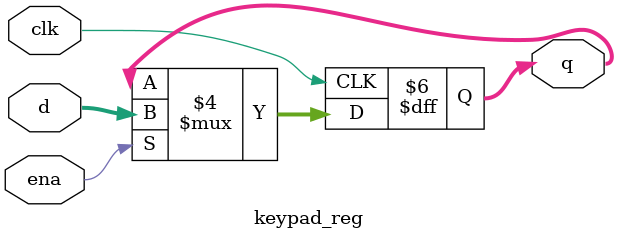
<source format=v>
module keypad_reg
(
	input clk,
	input ena,
	input [7:0] d,
	output reg [7:0] q
);


always @ (posedge clk) begin
	if (ena == 1'b1)
		q <= d;
	else
		q <= q;
end

endmodule

</source>
